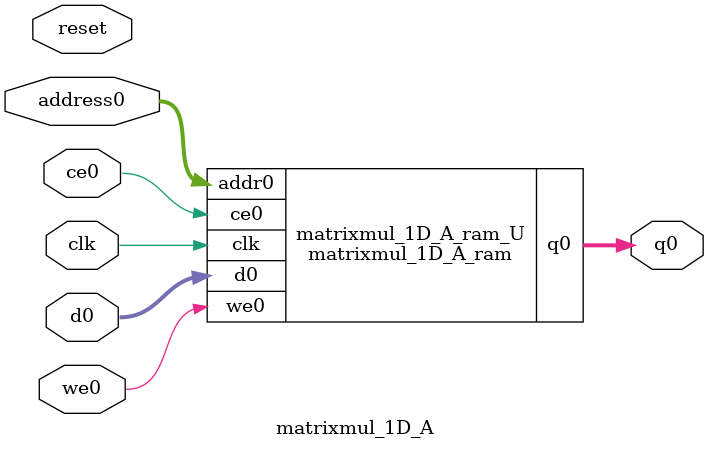
<source format=v>

`timescale 1 ns / 1 ps
module matrixmul_1D_A_ram (addr0, ce0, d0, we0, q0,  clk);

parameter DWIDTH = 8;
parameter AWIDTH = 14;
parameter MEM_SIZE = 16384;

input[AWIDTH-1:0] addr0;
input ce0;
input[DWIDTH-1:0] d0;
input we0;
output reg[DWIDTH-1:0] q0;
input clk;

(* ram_style = "block" *)reg [DWIDTH-1:0] ram[0:MEM_SIZE-1];




always @(posedge clk)  
begin 
    if (ce0) 
    begin
        if (we0) 
        begin 
            ram[addr0] <= d0; 
            q0 <= d0;
        end 
        else 
            q0 <= ram[addr0];
    end
end


endmodule


`timescale 1 ns / 1 ps
module matrixmul_1D_A(
    reset,
    clk,
    address0,
    ce0,
    we0,
    d0,
    q0);

parameter DataWidth = 32'd8;
parameter AddressRange = 32'd16384;
parameter AddressWidth = 32'd14;
input reset;
input clk;
input[AddressWidth - 1:0] address0;
input ce0;
input we0;
input[DataWidth - 1:0] d0;
output[DataWidth - 1:0] q0;



matrixmul_1D_A_ram matrixmul_1D_A_ram_U(
    .clk( clk ),
    .addr0( address0 ),
    .ce0( ce0 ),
    .we0( we0 ),
    .d0( d0 ),
    .q0( q0 ));

endmodule


</source>
